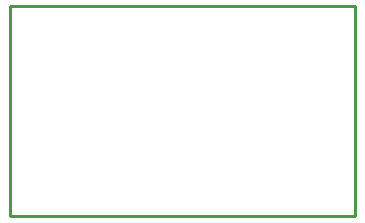
<source format=gbr>
G04 EAGLE Gerber RS-274X export*
G75*
%MOMM*%
%FSLAX34Y34*%
%LPD*%
%IN*%
%IPPOS*%
%AMOC8*
5,1,8,0,0,1.08239X$1,22.5*%
G01*
%ADD10C,0.254000*%


D10*
X0Y0D02*
X292100Y0D01*
X292100Y177800D01*
X0Y177800D01*
X0Y0D01*
M02*

</source>
